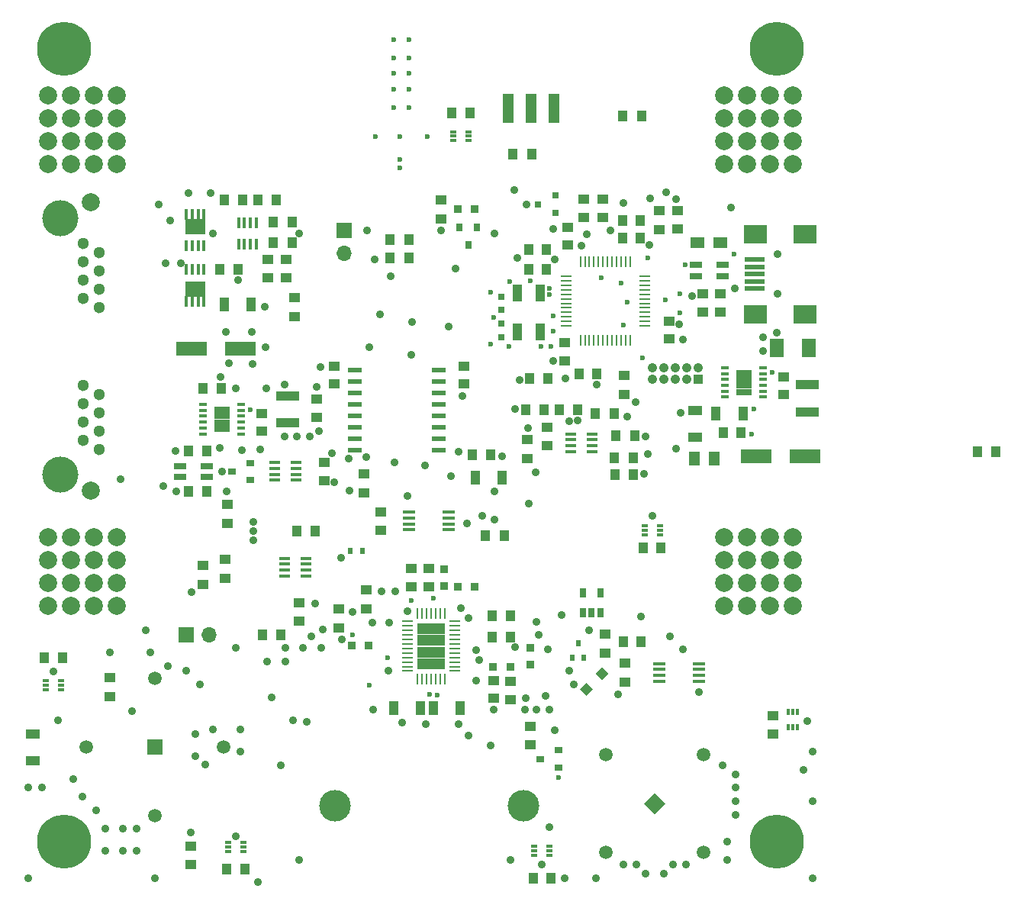
<source format=gbs>
G04 #@! TF.FileFunction,Soldermask,Bot*
%FSLAX46Y46*%
G04 Gerber Fmt 4.6, Leading zero omitted, Abs format (unit mm)*
G04 Created by KiCad (PCBNEW 4.0.2+e4-6225~38~ubuntu16.10.1-stable) date Mi 04 Jan 2017 00:52:02 CET*
%MOMM*%
G01*
G04 APERTURE LIST*
%ADD10C,0.150000*%
%ADD11R,1.100000X1.900000*%
%ADD12C,6.000000*%
%ADD13R,1.250000X1.000000*%
%ADD14C,2.000000*%
%ADD15R,0.800100X0.800100*%
%ADD16R,1.270000X3.270000*%
%ADD17R,1.000000X1.250000*%
%ADD18C,0.050000*%
%ADD19R,1.200000X1.600000*%
%ADD20R,1.600000X2.000000*%
%ADD21R,1.500000X1.250000*%
%ADD22R,2.301240X0.500380*%
%ADD23R,2.499360X1.998980*%
%ADD24C,0.899160*%
%ADD25R,1.300000X0.250000*%
%ADD26R,0.250000X1.300000*%
%ADD27R,1.400000X0.800000*%
%ADD28R,1.050000X1.050000*%
%ADD29C,1.050000*%
%ADD30R,1.600000X1.000000*%
%ADD31R,1.000000X1.600000*%
%ADD32R,2.500000X1.000000*%
%ADD33R,0.890000X0.420000*%
%ADD34R,0.825000X0.712500*%
%ADD35R,1.500000X0.600000*%
%ADD36R,1.300000X0.420000*%
%ADD37R,3.500000X1.600000*%
%ADD38R,1.300000X1.000000*%
%ADD39R,1.000000X1.300000*%
%ADD40C,3.500000*%
%ADD41R,0.750000X0.800000*%
%ADD42R,0.900000X0.900000*%
%ADD43C,1.300000*%
%ADD44C,4.000000*%
%ADD45R,1.200000X0.250000*%
%ADD46R,0.250000X1.200000*%
%ADD47R,1.575000X1.287500*%
%ADD48R,0.405000X1.300000*%
%ADD49R,2.235000X1.725000*%
%ADD50R,0.420000X1.300000*%
%ADD51R,1.450000X0.450000*%
%ADD52C,1.500000*%
%ADD53R,0.900000X0.800000*%
%ADD54R,0.650000X1.060000*%
%ADD55R,1.700000X1.700000*%
%ADD56R,0.600000X0.700000*%
%ADD57O,1.700000X1.700000*%
%ADD58R,0.800000X0.300000*%
%ADD59R,0.300000X0.800000*%
%ADD60R,0.600000X0.800000*%
%ADD61R,0.800000X0.900000*%
%ADD62C,0.889000*%
%ADD63C,0.600000*%
G04 APERTURE END LIST*
D10*
D11*
X58770000Y-37383600D03*
X56230000Y-33116400D03*
X58770000Y-33116400D03*
X56230000Y-37383600D03*
D12*
X85000000Y-94000000D03*
D13*
X61800000Y-27800000D03*
X61800000Y-25800000D03*
D12*
X6000000Y-6000000D03*
X85000000Y-6000000D03*
X6000000Y-94000000D03*
D14*
X84270000Y-60190000D03*
X81730000Y-60190000D03*
X79190000Y-60190000D03*
X79190000Y-62730000D03*
X79190000Y-65270000D03*
X84270000Y-67810000D03*
X81730000Y-67810000D03*
X79190000Y-67810000D03*
X86810000Y-67810000D03*
X86810000Y-60190000D03*
X86810000Y-62730000D03*
X84270000Y-62730000D03*
X81730000Y-62730000D03*
X86810000Y-65270000D03*
X84270000Y-65270000D03*
X81730000Y-65270000D03*
X84270000Y-11190000D03*
X81730000Y-11190000D03*
X79190000Y-11190000D03*
X79190000Y-13730000D03*
X79190000Y-16270000D03*
X84270000Y-18810000D03*
X81730000Y-18810000D03*
X79190000Y-18810000D03*
X86810000Y-18810000D03*
X86810000Y-11190000D03*
X86810000Y-13730000D03*
X84270000Y-13730000D03*
X81730000Y-13730000D03*
X86810000Y-16270000D03*
X84270000Y-16270000D03*
X81730000Y-16270000D03*
X9270000Y-60190000D03*
X6730000Y-60190000D03*
X4190000Y-60190000D03*
X4190000Y-62730000D03*
X4190000Y-65270000D03*
X9270000Y-67810000D03*
X6730000Y-67810000D03*
X4190000Y-67810000D03*
X11810000Y-67810000D03*
X11810000Y-60190000D03*
X11810000Y-62730000D03*
X9270000Y-62730000D03*
X6730000Y-62730000D03*
X11810000Y-65270000D03*
X9270000Y-65270000D03*
X6730000Y-65270000D03*
X6730000Y-18810000D03*
X9270000Y-18810000D03*
X11810000Y-18810000D03*
X11810000Y-16270000D03*
X11810000Y-13730000D03*
X6730000Y-11190000D03*
X9270000Y-11190000D03*
X11810000Y-11190000D03*
X4190000Y-11190000D03*
X4190000Y-18810000D03*
X4190000Y-16270000D03*
X6730000Y-16270000D03*
X9270000Y-16270000D03*
X4190000Y-13730000D03*
X6730000Y-13730000D03*
X9270000Y-13730000D03*
D15*
X60500760Y-22300000D03*
X60500760Y-24200000D03*
X58501780Y-23250000D03*
D16*
X55260000Y-12600000D03*
X57800000Y-12600000D03*
X60340000Y-12600000D03*
D17*
X55500000Y-68900000D03*
X53500000Y-68900000D03*
D13*
X50300000Y-43200000D03*
X50300000Y-41200000D03*
X74000000Y-24000000D03*
X74000000Y-26000000D03*
D17*
X21800000Y-50600000D03*
X19800000Y-50600000D03*
X21800000Y-55100000D03*
X19800000Y-55100000D03*
D13*
X35900000Y-43200000D03*
X35900000Y-41200000D03*
X34800000Y-53900000D03*
X34800000Y-51900000D03*
D18*
X60650000Y-33250000D03*
X59850000Y-33250000D03*
D17*
X109300000Y-50750000D03*
X107300000Y-50750000D03*
D19*
X75900000Y-51450000D03*
X78100000Y-51450000D03*
D20*
X88600000Y-39200000D03*
X85000000Y-39200000D03*
D21*
X76250000Y-27500000D03*
X78750000Y-27500000D03*
D22*
X82550680Y-29399800D03*
X82550680Y-30199900D03*
X82550680Y-31000000D03*
X82550680Y-31800100D03*
X82550680Y-32600200D03*
D23*
X82649740Y-26549920D03*
X88148840Y-26549920D03*
X82649740Y-35450080D03*
X88148840Y-35450080D03*
D24*
X85149100Y-28800360D03*
X85149100Y-33199640D03*
D25*
X61650000Y-36750000D03*
X61650000Y-36250000D03*
X61650000Y-35750000D03*
X61650000Y-35250000D03*
X61650000Y-34750000D03*
X61650000Y-34250000D03*
X61650000Y-33750000D03*
X61650000Y-33250000D03*
X61650000Y-32750000D03*
X61650000Y-32250000D03*
X61650000Y-31750000D03*
X61650000Y-31250000D03*
D26*
X63250000Y-29650000D03*
X63750000Y-29650000D03*
X64250000Y-29650000D03*
X64750000Y-29650000D03*
X65250000Y-29650000D03*
X65750000Y-29650000D03*
X66250000Y-29650000D03*
X66750000Y-29650000D03*
X67250000Y-29650000D03*
X67750000Y-29650000D03*
X68250000Y-29650000D03*
X68750000Y-29650000D03*
D25*
X70350000Y-31250000D03*
X70350000Y-31750000D03*
X70350000Y-32250000D03*
X70350000Y-32750000D03*
X70350000Y-33250000D03*
X70350000Y-33750000D03*
X70350000Y-34250000D03*
X70350000Y-34750000D03*
X70350000Y-35250000D03*
X70350000Y-35750000D03*
X70350000Y-36250000D03*
X70350000Y-36750000D03*
D26*
X68750000Y-38350000D03*
X68250000Y-38350000D03*
X67750000Y-38350000D03*
X67250000Y-38350000D03*
X66750000Y-38350000D03*
X66250000Y-38350000D03*
X65750000Y-38350000D03*
X65250000Y-38350000D03*
X64750000Y-38350000D03*
X64250000Y-38350000D03*
X63750000Y-38350000D03*
X63250000Y-38350000D03*
D27*
X76050000Y-31200000D03*
X79050000Y-30000000D03*
X76050000Y-30000000D03*
X79050000Y-31200000D03*
X21800000Y-52300000D03*
X18800000Y-53500000D03*
X21800000Y-53500000D03*
X18800000Y-52300000D03*
D28*
X76300000Y-42700000D03*
D29*
X75030000Y-42700000D03*
X73760000Y-42700000D03*
X72490000Y-42700000D03*
X71220000Y-42700000D03*
X75030000Y-41430000D03*
X73760000Y-41430000D03*
X72490000Y-41430000D03*
X71220000Y-41430000D03*
X76300000Y-41430000D03*
D30*
X76000000Y-49100000D03*
X76000000Y-46100000D03*
D31*
X78300000Y-46500000D03*
X81300000Y-46500000D03*
D17*
X79100000Y-48600000D03*
X81100000Y-48600000D03*
D13*
X85800000Y-42400000D03*
X85800000Y-44400000D03*
D32*
X88400000Y-46300000D03*
X88400000Y-43300000D03*
D33*
X79306344Y-44645279D03*
X79306344Y-43995279D03*
X79306344Y-43345279D03*
X79306344Y-42695279D03*
X79306344Y-42045279D03*
X79306344Y-41395279D03*
X83516344Y-41395279D03*
X83516344Y-42045279D03*
X83516344Y-42695279D03*
X83516344Y-43345279D03*
X83516344Y-43995279D03*
X83516344Y-44645279D03*
D34*
X81823844Y-41951529D03*
X81823844Y-42664029D03*
X81823844Y-43376529D03*
X81823844Y-44089029D03*
X80998844Y-41951529D03*
X80998844Y-42664029D03*
X80998844Y-43376529D03*
X80998844Y-44089029D03*
D31*
X23700000Y-34400000D03*
X26700000Y-34400000D03*
D17*
X21400000Y-43700000D03*
X23400000Y-43700000D03*
D13*
X27900000Y-46450000D03*
X27900000Y-48450000D03*
D32*
X30800000Y-44500000D03*
X30800000Y-47500000D03*
D13*
X34000000Y-46900000D03*
X34000000Y-44900000D03*
D33*
X21395000Y-48725000D03*
X21395000Y-48075000D03*
X21395000Y-47425000D03*
X21395000Y-46775000D03*
X21395000Y-46125000D03*
X21395000Y-45475000D03*
X25605000Y-45475000D03*
X25605000Y-46125000D03*
X25605000Y-46775000D03*
X25605000Y-47425000D03*
X25605000Y-48075000D03*
X25605000Y-48725000D03*
D34*
X23912500Y-46031250D03*
X23912500Y-46743750D03*
X23912500Y-47456250D03*
X23912500Y-48168750D03*
X23087500Y-46031250D03*
X23087500Y-46743750D03*
X23087500Y-47456250D03*
X23087500Y-48168750D03*
D13*
X73100000Y-38200000D03*
X73100000Y-36200000D03*
D17*
X69900000Y-27000000D03*
X67900000Y-27000000D03*
X59500000Y-30500000D03*
X57500000Y-30500000D03*
D13*
X61500000Y-38600000D03*
X61500000Y-40600000D03*
D17*
X69900000Y-25100000D03*
X67900000Y-25100000D03*
D35*
X47550000Y-41655000D03*
X47550000Y-42925000D03*
X47550000Y-44195000D03*
X47550000Y-45465000D03*
X47550000Y-46735000D03*
X47550000Y-48005000D03*
X47550000Y-49275000D03*
X47550000Y-50545000D03*
X38250000Y-50545000D03*
X38250000Y-49275000D03*
X38250000Y-48005000D03*
X38250000Y-46735000D03*
X38250000Y-45465000D03*
X38250000Y-44195000D03*
X38250000Y-42925000D03*
X38250000Y-41655000D03*
D36*
X31675000Y-51925000D03*
X31675000Y-52575000D03*
X31675000Y-53225000D03*
X31675000Y-53875000D03*
X29325000Y-53875000D03*
X29325000Y-53225000D03*
X29325000Y-52575000D03*
X29325000Y-51925000D03*
D37*
X20100000Y-39300000D03*
X25500000Y-39300000D03*
X82750000Y-51250000D03*
X88150000Y-51250000D03*
D38*
X11000000Y-77850000D03*
X11000000Y-75750000D03*
X21400000Y-65450000D03*
X21400000Y-63350000D03*
D39*
X44250000Y-27200000D03*
X42150000Y-27200000D03*
X54800000Y-60000000D03*
X52700000Y-60000000D03*
X57850000Y-17700000D03*
X55750000Y-17700000D03*
D38*
X39200000Y-53150000D03*
X39200000Y-55250000D03*
X72000000Y-23950000D03*
X72000000Y-26050000D03*
X78800000Y-35250000D03*
X78800000Y-33150000D03*
X76800000Y-33150000D03*
X76800000Y-35250000D03*
X68100000Y-44350000D03*
X68100000Y-42250000D03*
X63600000Y-22650000D03*
X63600000Y-24750000D03*
X65700000Y-22650000D03*
X65700000Y-24750000D03*
X24100000Y-58650000D03*
X24100000Y-56550000D03*
D39*
X44250000Y-29200000D03*
X42150000Y-29200000D03*
D38*
X47800000Y-24850000D03*
X47800000Y-22750000D03*
D40*
X56950000Y-90000000D03*
X36050000Y-90000000D03*
D41*
X54500000Y-35000000D03*
X54500000Y-33500000D03*
X54500000Y-36500000D03*
X54500000Y-38000000D03*
D42*
X49650000Y-23800000D03*
X51550000Y-23800000D03*
X48100000Y-63750000D03*
X48100000Y-65650000D03*
X49650000Y-65700000D03*
X51550000Y-65700000D03*
X57700000Y-72450000D03*
X57700000Y-74350000D03*
D43*
X8040000Y-43325000D03*
X8040000Y-49415000D03*
X8040000Y-45355000D03*
X8040000Y-47385000D03*
X9820000Y-44345000D03*
X9820000Y-46375000D03*
X9820000Y-48405000D03*
X9820000Y-50435000D03*
D44*
X5500000Y-24775000D03*
D14*
X8930000Y-55000000D03*
D43*
X9820000Y-34685000D03*
X9820000Y-32655000D03*
X9820000Y-30625000D03*
X9820000Y-28595000D03*
X8040000Y-31635000D03*
X8040000Y-29605000D03*
X8040000Y-33665000D03*
X8040000Y-27575000D03*
D44*
X5500000Y-53225000D03*
D14*
X8930000Y-23000000D03*
D42*
X37850000Y-72200000D03*
X39750000Y-72200000D03*
D38*
X36400000Y-70250000D03*
X36400000Y-68150000D03*
D45*
X44050000Y-75050000D03*
X44050000Y-74550000D03*
X44050000Y-74050000D03*
X44050000Y-73550000D03*
X44050000Y-73050000D03*
X44050000Y-72550000D03*
X44050000Y-72050000D03*
X44050000Y-71550000D03*
X44050000Y-71050000D03*
X44050000Y-70550000D03*
X44050000Y-70050000D03*
X44050000Y-69550000D03*
D46*
X45200000Y-68650000D03*
X45700000Y-68650000D03*
X46200000Y-68650000D03*
X46700000Y-68650000D03*
X47200000Y-68650000D03*
X47700000Y-68650000D03*
X48200000Y-68650000D03*
D45*
X49350000Y-69550000D03*
X49350000Y-70050000D03*
X49350000Y-70550000D03*
X49350000Y-71050000D03*
X49350000Y-71550000D03*
X49350000Y-72050000D03*
X49350000Y-72550000D03*
X49350000Y-73050000D03*
X49350000Y-73550000D03*
X49350000Y-74050000D03*
X49350000Y-74550000D03*
X49350000Y-75050000D03*
D46*
X48200000Y-75950000D03*
X47700000Y-75950000D03*
X47200000Y-75950000D03*
X46700000Y-75950000D03*
X46200000Y-75950000D03*
X45700000Y-75950000D03*
X45200000Y-75950000D03*
D47*
X47487500Y-70368750D03*
X47487500Y-71656250D03*
X47487500Y-72943750D03*
X47487500Y-74231250D03*
X45912500Y-70368750D03*
X45912500Y-71656250D03*
X45912500Y-72943750D03*
X45912500Y-74231250D03*
D48*
X19525000Y-24350000D03*
X20175000Y-24350000D03*
X20825000Y-24350000D03*
X21475000Y-24350000D03*
X21475000Y-27835000D03*
X20825000Y-27835000D03*
X20175000Y-27835000D03*
X19525000Y-27835000D03*
D49*
X20500000Y-25700000D03*
D13*
X44500000Y-65700000D03*
X44500000Y-63700000D03*
D17*
X29500000Y-22750000D03*
X27500000Y-22750000D03*
D38*
X39500000Y-68150000D03*
X39500000Y-66050000D03*
X31500000Y-35750000D03*
X31500000Y-33650000D03*
D39*
X70050000Y-13500000D03*
X67950000Y-13500000D03*
X25800000Y-22750000D03*
X23700000Y-22750000D03*
X31300000Y-25250000D03*
X29200000Y-25250000D03*
X25300000Y-30500000D03*
X23200000Y-30500000D03*
D38*
X30600000Y-29350000D03*
X30600000Y-31450000D03*
D39*
X31300000Y-27500000D03*
X29200000Y-27500000D03*
D48*
X21475000Y-34000000D03*
X20825000Y-34000000D03*
X20175000Y-34000000D03*
X19525000Y-34000000D03*
X19525000Y-30515000D03*
X20175000Y-30515000D03*
X20825000Y-30515000D03*
X21475000Y-30515000D03*
D49*
X20500000Y-32650000D03*
D50*
X25325000Y-25325000D03*
X25975000Y-25325000D03*
X26625000Y-25325000D03*
X27275000Y-25325000D03*
X27275000Y-27675000D03*
X26625000Y-27675000D03*
X25975000Y-27675000D03*
X25325000Y-27675000D03*
D17*
X70000000Y-71800000D03*
X68000000Y-71800000D03*
D38*
X68200000Y-76250000D03*
X68200000Y-74150000D03*
D51*
X76400000Y-74225000D03*
X76400000Y-74875000D03*
X76400000Y-75525000D03*
X76400000Y-76175000D03*
X72000000Y-76175000D03*
X72000000Y-75525000D03*
X72000000Y-74875000D03*
X72000000Y-74225000D03*
D52*
X76888154Y-84361846D03*
X66111846Y-95138154D03*
X66111846Y-84361846D03*
D10*
G36*
X72702082Y-89750000D02*
X71500000Y-90952082D01*
X70297918Y-89750000D01*
X71500000Y-88547918D01*
X72702082Y-89750000D01*
X72702082Y-89750000D01*
G37*
D52*
X76888154Y-95138154D03*
D13*
X59550000Y-48025000D03*
X59550000Y-50025000D03*
X28600000Y-31400000D03*
X28600000Y-29400000D03*
D17*
X69125000Y-53275000D03*
X67125000Y-53275000D03*
X62900000Y-46050000D03*
X60900000Y-46050000D03*
D13*
X57700000Y-81200000D03*
X57700000Y-83200000D03*
D53*
X26600000Y-51950000D03*
X26600000Y-53850000D03*
X24600000Y-52900000D03*
X60800000Y-83850000D03*
X60800000Y-85750000D03*
X58800000Y-84800000D03*
D38*
X57375000Y-51475000D03*
X57375000Y-49375000D03*
D39*
X57150000Y-46075000D03*
X59250000Y-46075000D03*
X67025000Y-51400000D03*
X69125000Y-51400000D03*
X66975000Y-46500000D03*
X64875000Y-46500000D03*
X69250000Y-48900000D03*
X67150000Y-48900000D03*
D36*
X62175000Y-50675000D03*
X62175000Y-50025000D03*
X62175000Y-49375000D03*
X62175000Y-48725000D03*
X64525000Y-48725000D03*
X64525000Y-49375000D03*
X64525000Y-50025000D03*
X64525000Y-50675000D03*
D38*
X66000000Y-70950000D03*
X66000000Y-73050000D03*
D54*
X65450000Y-68600000D03*
X64500000Y-68600000D03*
X63550000Y-68600000D03*
X63550000Y-66400000D03*
X65450000Y-66400000D03*
D13*
X46400000Y-65700000D03*
X46400000Y-63700000D03*
D17*
X55500000Y-71300000D03*
X53500000Y-71300000D03*
D13*
X55500000Y-78200000D03*
X55500000Y-76200000D03*
X53600000Y-78100000D03*
X53600000Y-76100000D03*
D31*
X45500000Y-79200000D03*
X42500000Y-79200000D03*
D42*
X55450000Y-74600000D03*
X53550000Y-74600000D03*
D52*
X16000000Y-75880000D03*
X16000000Y-91120000D03*
X8380000Y-83500000D03*
D55*
X16000000Y-83500000D03*
D52*
X23620000Y-83500000D03*
D31*
X49900000Y-79200000D03*
X46900000Y-79200000D03*
D17*
X51250000Y-51050000D03*
X53250000Y-51050000D03*
D31*
X51600000Y-53600000D03*
X54600000Y-53600000D03*
D36*
X30425000Y-64475000D03*
X30425000Y-63825000D03*
X30425000Y-63175000D03*
X30425000Y-62525000D03*
X32775000Y-62525000D03*
X32775000Y-63175000D03*
X32775000Y-63825000D03*
X32775000Y-64475000D03*
D51*
X48600000Y-57425000D03*
X48600000Y-58075000D03*
X48600000Y-58725000D03*
X48600000Y-59375000D03*
X44200000Y-59375000D03*
X44200000Y-58725000D03*
X44200000Y-58075000D03*
X44200000Y-57425000D03*
D17*
X3800000Y-73600000D03*
X5800000Y-73600000D03*
D38*
X20000000Y-94450000D03*
X20000000Y-96550000D03*
D17*
X26000000Y-97000000D03*
X24000000Y-97000000D03*
X60000000Y-98000000D03*
X58000000Y-98000000D03*
X72200000Y-61400000D03*
X70200000Y-61400000D03*
X49000000Y-13100000D03*
X51000000Y-13100000D03*
X30000000Y-71000000D03*
X28000000Y-71000000D03*
D13*
X41100000Y-57400000D03*
X41100000Y-59400000D03*
D39*
X31750000Y-59500000D03*
X33850000Y-59500000D03*
D38*
X32000000Y-67450000D03*
X32000000Y-69550000D03*
D10*
G36*
X65683883Y-74609010D02*
X66390990Y-75316117D01*
X65683883Y-76023224D01*
X64976776Y-75316117D01*
X65683883Y-74609010D01*
X65683883Y-74609010D01*
G37*
G36*
X63916117Y-76376776D02*
X64623224Y-77083883D01*
X63916117Y-77790990D01*
X63209010Y-77083883D01*
X63916117Y-76376776D01*
X63916117Y-76376776D01*
G37*
D56*
X37700000Y-61700000D03*
X39100000Y-61700000D03*
D55*
X19500000Y-71000000D03*
D57*
X22040000Y-71000000D03*
D55*
X37000000Y-26200000D03*
D57*
X37000000Y-28740000D03*
D58*
X25850000Y-94600000D03*
X24150000Y-95100000D03*
X24150000Y-94100000D03*
X25850000Y-95100000D03*
X24150000Y-94600000D03*
X25850000Y-94100000D03*
X59850000Y-95000000D03*
X58150000Y-95500000D03*
X58150000Y-94500000D03*
X59850000Y-95500000D03*
X58150000Y-95000000D03*
X59850000Y-94500000D03*
X72050000Y-59400000D03*
X70350000Y-59900000D03*
X70350000Y-58900000D03*
X72050000Y-59900000D03*
X70350000Y-59400000D03*
X72050000Y-58900000D03*
X49150000Y-15700000D03*
X50850000Y-15200000D03*
X50850000Y-16200000D03*
X49150000Y-15200000D03*
X50850000Y-15700000D03*
X49150000Y-16200000D03*
X3950000Y-76600000D03*
X5650000Y-76100000D03*
X5650000Y-77100000D03*
X3950000Y-76100000D03*
X5650000Y-76600000D03*
X3950000Y-77100000D03*
D13*
X84600000Y-80000000D03*
X84600000Y-82000000D03*
D59*
X86800000Y-79550000D03*
X87300000Y-81250000D03*
X86300000Y-81250000D03*
X87300000Y-79550000D03*
X86800000Y-81250000D03*
X86300000Y-79550000D03*
D38*
X23800000Y-64750000D03*
X23800000Y-62650000D03*
D30*
X2500000Y-82000000D03*
X2500000Y-85000000D03*
D17*
X59500000Y-28250000D03*
X57500000Y-28250000D03*
X59600000Y-42600000D03*
X57600000Y-42600000D03*
X63100000Y-42100000D03*
X65100000Y-42100000D03*
D60*
X62350000Y-73550000D03*
X63650000Y-73550000D03*
X63000000Y-71950000D03*
D61*
X49850000Y-25800000D03*
X51750000Y-25800000D03*
X50800000Y-27800000D03*
D62*
X30000000Y-85500000D03*
X29000000Y-78000000D03*
X20500000Y-82000000D03*
D63*
X41900000Y-73600000D03*
D62*
X67400000Y-77600000D03*
X49700000Y-80900000D03*
X43500000Y-80800000D03*
X65000000Y-98000000D03*
X68000000Y-96500000D03*
X69500000Y-96500000D03*
X70500000Y-97500000D03*
X72500000Y-97500000D03*
X73500000Y-96500000D03*
X75000000Y-96500000D03*
X89000000Y-98000000D03*
X79500000Y-96000000D03*
X79500000Y-94000000D03*
X80500000Y-91000000D03*
X80500000Y-89500000D03*
X80500000Y-88000000D03*
X80500000Y-86500000D03*
X89000000Y-89500000D03*
X89000000Y-84000000D03*
X79000000Y-85500000D03*
X14000000Y-95000000D03*
X12500000Y-95000000D03*
X10500000Y-95000000D03*
X10500000Y-92500000D03*
X12500000Y-92500000D03*
X14000000Y-92500000D03*
X2000000Y-88000000D03*
X2000000Y-98000000D03*
X16000000Y-98000000D03*
X25500000Y-84000000D03*
X22500000Y-81500000D03*
X25500000Y-81500000D03*
X21000000Y-76500000D03*
X19500000Y-75000000D03*
X17500000Y-74500000D03*
X15500000Y-73000000D03*
X34500000Y-72500000D03*
X59400000Y-77800000D03*
X59800000Y-79300000D03*
X58400000Y-79300000D03*
X57100000Y-79300000D03*
X9500000Y-90500000D03*
X8000000Y-89000000D03*
X3500000Y-88000000D03*
X7000000Y-87000000D03*
D63*
X46500000Y-77600000D03*
D62*
X32500000Y-72500000D03*
X28500000Y-74000000D03*
X30500000Y-74000000D03*
X30500000Y-72500000D03*
X55900000Y-21700000D03*
X57450000Y-48050000D03*
X13500000Y-79500000D03*
X40400000Y-29400000D03*
X47800000Y-26200000D03*
X53750000Y-26500000D03*
X49400000Y-30400000D03*
X42200000Y-31200000D03*
X48600000Y-36800000D03*
X41000000Y-35500000D03*
D63*
X43250000Y-18250000D03*
X42500000Y-5000000D03*
X44250000Y-5000000D03*
X44250000Y-7000000D03*
X42500000Y-7000000D03*
X42500000Y-8750000D03*
X44250000Y-8750000D03*
X44250000Y-10500000D03*
X42500000Y-10500000D03*
X42500000Y-12500000D03*
X44250000Y-12500000D03*
X43250000Y-15750000D03*
X43250000Y-19250000D03*
X46250000Y-15750000D03*
X40500000Y-15750000D03*
D62*
X39600000Y-26200000D03*
X52400000Y-57800000D03*
X64250000Y-70500000D03*
X62000000Y-75000000D03*
X62500000Y-76500000D03*
X44100000Y-68400000D03*
X45912500Y-70368750D03*
X42700000Y-66200000D03*
X56000000Y-72400000D03*
X57200000Y-78100000D03*
X53600000Y-79300000D03*
X36800000Y-71550000D03*
X34700000Y-70400000D03*
X41200000Y-66200000D03*
X47487500Y-74231250D03*
X47487500Y-72943750D03*
X47487500Y-71656250D03*
X47487500Y-70368750D03*
X45912500Y-71656250D03*
X45912500Y-72943750D03*
X45912500Y-74231250D03*
X58400000Y-69600000D03*
X16500000Y-23250000D03*
X22500000Y-26500000D03*
X23450000Y-52900000D03*
X18350000Y-50600000D03*
X18400000Y-55100000D03*
X27750000Y-50450000D03*
X25700000Y-50550000D03*
X23200000Y-50300000D03*
X23300000Y-42400000D03*
X24250000Y-40900000D03*
X26850000Y-40950000D03*
X25050000Y-43700000D03*
X28400000Y-43700000D03*
X28350000Y-39150000D03*
X28200000Y-34650000D03*
X23900000Y-37450000D03*
X26750000Y-37450000D03*
X34000000Y-43500000D03*
X30400000Y-43300000D03*
X39500000Y-51300000D03*
X37500000Y-51500000D03*
X35700000Y-50900000D03*
X17700000Y-25100000D03*
X32000000Y-26500000D03*
X19750000Y-22000000D03*
X22250000Y-22000000D03*
D63*
X60250000Y-35650000D03*
X60250000Y-37300000D03*
X53250000Y-33000000D03*
X53600000Y-35800000D03*
X53250000Y-38750000D03*
X59850000Y-33250000D03*
X60000000Y-39000000D03*
X58900000Y-39000000D03*
X55350000Y-39000000D03*
X59850000Y-32600000D03*
X57700000Y-31750000D03*
X55400000Y-31800000D03*
X70100000Y-40300000D03*
X68000000Y-36700000D03*
X80300000Y-28800000D03*
D62*
X20100000Y-66300000D03*
X27000000Y-58500000D03*
X27000000Y-59500000D03*
X27000000Y-60500000D03*
X11000000Y-73000000D03*
D63*
X74300000Y-35300000D03*
X72700000Y-33900000D03*
X68450000Y-34100000D03*
X67750000Y-32000000D03*
X74900000Y-30000000D03*
X74300000Y-33200000D03*
X60800000Y-86900000D03*
D62*
X53300000Y-83300000D03*
X60400000Y-81600000D03*
X59800000Y-92400000D03*
X50800000Y-82200000D03*
D63*
X39800000Y-76600000D03*
D62*
X42000000Y-69700000D03*
D63*
X47400000Y-77700000D03*
D62*
X63950000Y-26600000D03*
X12200000Y-53800000D03*
X40200000Y-69700000D03*
X33400000Y-71200000D03*
X63400000Y-27850000D03*
D63*
X38000000Y-71000000D03*
X44500000Y-67200000D03*
D62*
X17000000Y-54500000D03*
D63*
X84500000Y-41900000D03*
D62*
X71200000Y-57800000D03*
X88400000Y-80600000D03*
X61200000Y-68800000D03*
X70000000Y-69000000D03*
X37600000Y-55000000D03*
X30400000Y-49000000D03*
X31800000Y-49000000D03*
X33200000Y-49000000D03*
X34200000Y-48400000D03*
X35900000Y-54100000D03*
X34400000Y-41300000D03*
X73150000Y-71200000D03*
X60400000Y-29400000D03*
X88000000Y-86000000D03*
X27500000Y-98500000D03*
X61500000Y-98000000D03*
X74600000Y-38300000D03*
X70900000Y-27800000D03*
X61600000Y-42600000D03*
X20000000Y-93000000D03*
X31400000Y-80500000D03*
X32900000Y-80700000D03*
X25000000Y-93400000D03*
X21600000Y-85400000D03*
X40250000Y-79300000D03*
X50000000Y-68100000D03*
X51700000Y-72700000D03*
X32000000Y-96000000D03*
X55500000Y-96000000D03*
X38000000Y-68500000D03*
X15000000Y-70500000D03*
D63*
X46900000Y-67000000D03*
D62*
X58600000Y-71000000D03*
X44500000Y-40000000D03*
X83500000Y-39500000D03*
X85000000Y-37500000D03*
X83500000Y-38000000D03*
X17200000Y-29800000D03*
X25300000Y-31700000D03*
X74600000Y-72600000D03*
X59000000Y-96500000D03*
X59600000Y-72600000D03*
X50800000Y-69200000D03*
X76400000Y-77400000D03*
X18900000Y-29800000D03*
X41950000Y-75050000D03*
X51700000Y-76100000D03*
X70750000Y-51000000D03*
X53750000Y-55150000D03*
X5300000Y-80500000D03*
X4800000Y-75100000D03*
X46100000Y-80900000D03*
X20500000Y-84500000D03*
X52000000Y-73800000D03*
X36700000Y-62500000D03*
X50700000Y-58700000D03*
X46000000Y-52200000D03*
X54600000Y-51200000D03*
X62000000Y-47300000D03*
X57500000Y-56500000D03*
X73850000Y-50350000D03*
X25000000Y-72500000D03*
X68450000Y-46850000D03*
X62950000Y-47275000D03*
X60200000Y-40600000D03*
X73900000Y-22700000D03*
X71000000Y-22600000D03*
X49700000Y-50700000D03*
X24000000Y-55100000D03*
X42600000Y-51900000D03*
X80000000Y-23600000D03*
X60250000Y-26000000D03*
X57250000Y-23250000D03*
X56000000Y-46000000D03*
X50150000Y-44550000D03*
X65100000Y-43300000D03*
X69400000Y-45200000D03*
X80400000Y-32600000D03*
X75600000Y-33400000D03*
X58250000Y-53000000D03*
X56500000Y-42750000D03*
X56250000Y-29250000D03*
D63*
X82250000Y-48750000D03*
X82500000Y-46000000D03*
D62*
X74400000Y-46400000D03*
X74200000Y-36600000D03*
X70300000Y-53200000D03*
X70500000Y-49000000D03*
X66600000Y-26200000D03*
D63*
X80998844Y-44089029D03*
X81823844Y-44089029D03*
X81823844Y-43376529D03*
X80998844Y-43376529D03*
X80998844Y-42664029D03*
X81823844Y-42664029D03*
X81823844Y-41951529D03*
X80998844Y-41951529D03*
D62*
X53750000Y-58250000D03*
X33800000Y-67600000D03*
D63*
X65550000Y-31400000D03*
D62*
X68000000Y-23150000D03*
X48900000Y-53400000D03*
X44100000Y-55600000D03*
D63*
X70700000Y-29200000D03*
D62*
X39800000Y-39100000D03*
X44600000Y-36300000D03*
D63*
X26600000Y-46050000D03*
D62*
X72800000Y-21900000D03*
M02*

</source>
